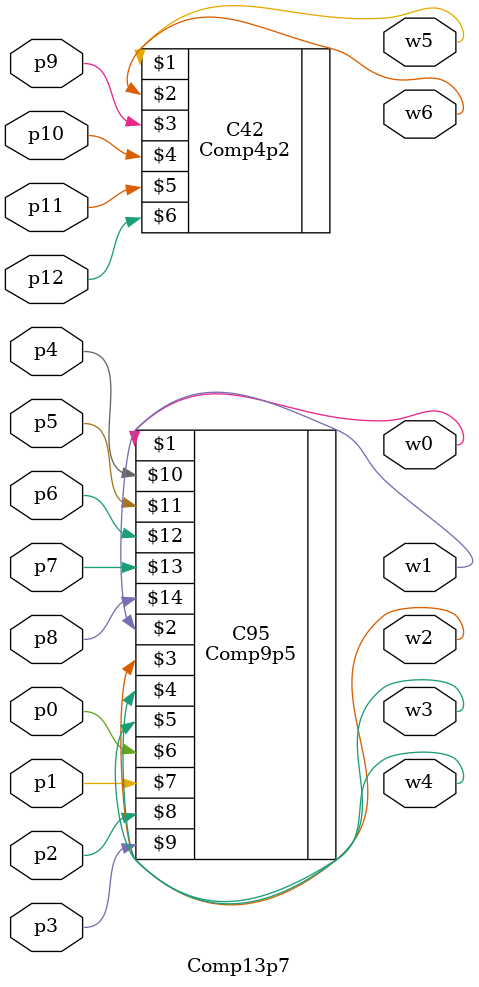
<source format=v>


module Comp13p7(w0, w1, w2, w3, w4, w5, w6, p0, p1, p2, p3, p4, p5, p6, p7, p8, p9, p10, p11, p12);

input p0, p1, p2, p3, p4, p5, p6, p7, p8, p9, p10, p11, p12;
output w0, w1, w2, w3, w4, w5, w6;

Comp9p5 C95(w0, w1, w2, w3, w4, p0, p1, p2, p3, p4, p5, p6, p7, p8);
Comp4p2 C42(w5, w6, p9, p10, p11, p12);

endmodule

</source>
